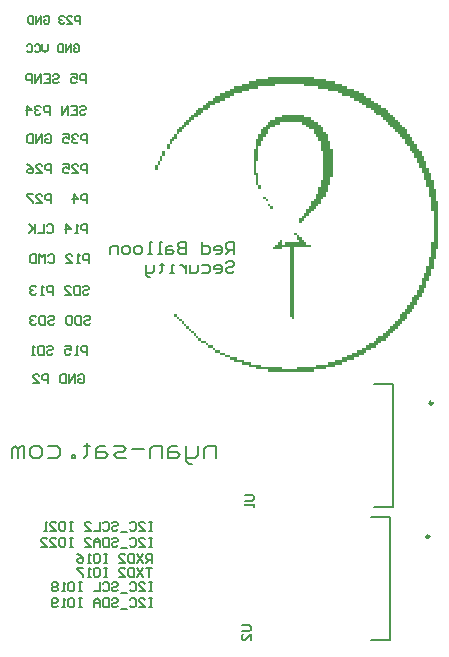
<source format=gbo>
G04*
G04 #@! TF.GenerationSoftware,Altium Limited,Altium Designer,20.1.14 (287)*
G04*
G04 Layer_Color=32896*
%FSLAX24Y24*%
%MOIN*%
G70*
G04*
G04 #@! TF.SameCoordinates,D1A17965-E816-498F-87AB-38A2C5CE3A16*
G04*
G04*
G04 #@! TF.FilePolarity,Positive*
G04*
G01*
G75*
%ADD10C,0.0098*%
%ADD11C,0.0079*%
%ADD12C,0.0060*%
%ADD13C,0.0050*%
%ADD88C,0.0080*%
G36*
X19970Y29740D02*
Y29660D01*
X19890D01*
Y29580D01*
X19810D01*
Y29500D01*
X19730D01*
Y29580D01*
Y29660D01*
X19810D01*
Y29740D01*
X19890D01*
Y29820D01*
X19970D01*
Y29740D01*
D02*
G37*
G36*
X19730Y29420D02*
Y29340D01*
X19650D01*
Y29420D01*
Y29500D01*
X19730D01*
Y29420D01*
D02*
G37*
G36*
X19570Y29180D02*
Y29100D01*
X19490D01*
Y29180D01*
Y29260D01*
X19570D01*
Y29180D01*
D02*
G37*
G36*
X19490Y29020D02*
Y28940D01*
X19410D01*
Y29020D01*
Y29100D01*
X19490D01*
Y29020D01*
D02*
G37*
G36*
X19410Y28860D02*
Y28780D01*
X19330D01*
Y28860D01*
Y28940D01*
X19410D01*
Y28860D01*
D02*
G37*
G36*
X19330Y28700D02*
Y28620D01*
X19250D01*
Y28700D01*
Y28780D01*
X19330D01*
Y28700D01*
D02*
G37*
G36*
X22930Y27660D02*
X23010D01*
Y27580D01*
X22930D01*
Y27660D01*
X22850D01*
Y27740D01*
X22930D01*
Y27660D01*
D02*
G37*
G36*
X23090Y27420D02*
X23170D01*
Y27340D01*
X23090D01*
Y27420D01*
X23010D01*
Y27500D01*
X23090D01*
Y27420D01*
D02*
G37*
G36*
X24210Y30380D02*
X24450D01*
Y30300D01*
X24530D01*
Y30220D01*
X24690D01*
Y30140D01*
X24770D01*
Y30060D01*
X24850D01*
Y29980D01*
Y29900D01*
X24930D01*
Y29820D01*
X25010D01*
Y29740D01*
Y29660D01*
Y29580D01*
X25090D01*
Y29500D01*
Y29420D01*
Y29340D01*
X25170D01*
Y29260D01*
Y29180D01*
Y29100D01*
Y29020D01*
Y28940D01*
Y28860D01*
Y28780D01*
Y28700D01*
Y28620D01*
Y28540D01*
Y28460D01*
Y28380D01*
X25090D01*
Y28300D01*
Y28220D01*
Y28140D01*
X25010D01*
Y28060D01*
Y27980D01*
Y27900D01*
X24930D01*
Y27820D01*
Y27740D01*
X24850D01*
Y27660D01*
X24770D01*
Y27580D01*
Y27500D01*
X24690D01*
Y27420D01*
X24610D01*
Y27340D01*
X24530D01*
Y27260D01*
X24450D01*
Y27180D01*
X24370D01*
Y27100D01*
X24290D01*
Y27020D01*
X24210D01*
Y26940D01*
X24130D01*
Y26860D01*
X24050D01*
Y26940D01*
Y27020D01*
X24130D01*
Y27100D01*
X24210D01*
Y27180D01*
X24290D01*
Y27260D01*
Y27340D01*
X24370D01*
Y27420D01*
X24450D01*
Y27500D01*
Y27580D01*
X24530D01*
Y27660D01*
X24610D01*
Y27740D01*
Y27820D01*
X24690D01*
Y27900D01*
Y27980D01*
Y28060D01*
X24770D01*
Y28140D01*
Y28220D01*
Y28300D01*
X24850D01*
Y28380D01*
Y28460D01*
Y28540D01*
Y28620D01*
Y28700D01*
Y28780D01*
Y28860D01*
Y28940D01*
Y29020D01*
Y29100D01*
Y29180D01*
Y29260D01*
X24770D01*
Y29340D01*
Y29420D01*
Y29500D01*
Y29580D01*
X24690D01*
Y29660D01*
Y29740D01*
X24610D01*
Y29820D01*
X24530D01*
Y29900D01*
Y29980D01*
X24370D01*
Y30060D01*
X24290D01*
Y30140D01*
X24130D01*
Y30220D01*
X23410D01*
Y30140D01*
X23250D01*
Y30060D01*
X23090D01*
Y29980D01*
X23010D01*
Y29900D01*
Y29820D01*
X22930D01*
Y29740D01*
X22850D01*
Y29660D01*
Y29580D01*
X22770D01*
Y29500D01*
Y29420D01*
X22690D01*
Y29340D01*
Y29260D01*
Y29180D01*
Y29100D01*
Y29020D01*
Y28940D01*
X22610D01*
Y28860D01*
Y28780D01*
Y28700D01*
Y28620D01*
Y28540D01*
X22690D01*
Y28460D01*
Y28380D01*
Y28300D01*
Y28220D01*
Y28140D01*
X22770D01*
Y28060D01*
Y27980D01*
X22690D01*
Y28060D01*
Y28140D01*
X22610D01*
Y28220D01*
Y28300D01*
Y28380D01*
Y28460D01*
X22530D01*
Y28540D01*
Y28620D01*
Y28700D01*
Y28780D01*
Y28860D01*
Y28940D01*
Y29020D01*
Y29100D01*
Y29180D01*
Y29260D01*
Y29340D01*
X22610D01*
Y29420D01*
Y29500D01*
Y29580D01*
Y29660D01*
X22690D01*
Y29740D01*
Y29820D01*
X22770D01*
Y29900D01*
Y29980D01*
X22850D01*
Y30060D01*
X22930D01*
Y30140D01*
X23010D01*
Y30220D01*
X23090D01*
Y30300D01*
X23250D01*
Y30380D01*
X23490D01*
Y30460D01*
X24210D01*
Y30380D01*
D02*
G37*
G36*
X23970Y26460D02*
X24050D01*
Y26380D01*
X24130D01*
Y26300D01*
X24210D01*
Y26220D01*
X24290D01*
Y26140D01*
X24450D01*
Y26060D01*
X23890D01*
Y25980D01*
Y25900D01*
Y25820D01*
Y25740D01*
Y25660D01*
Y25580D01*
Y25500D01*
Y25420D01*
Y25340D01*
Y25260D01*
Y25180D01*
Y25100D01*
Y25020D01*
Y24940D01*
Y24860D01*
Y24780D01*
Y24700D01*
Y24620D01*
Y24540D01*
Y24460D01*
Y24380D01*
Y24300D01*
Y24220D01*
Y24140D01*
Y24060D01*
Y23980D01*
Y23900D01*
Y23820D01*
Y23740D01*
Y23660D01*
X23810D01*
Y23740D01*
X23730D01*
Y23820D01*
Y23900D01*
Y23980D01*
Y24060D01*
Y24140D01*
Y24220D01*
Y24300D01*
Y24380D01*
Y24460D01*
Y24540D01*
Y24620D01*
Y24700D01*
Y24780D01*
Y24860D01*
Y24940D01*
Y25020D01*
Y25100D01*
Y25180D01*
Y25260D01*
Y25340D01*
Y25420D01*
Y25500D01*
Y25580D01*
Y25660D01*
Y25740D01*
Y25820D01*
Y25900D01*
Y25980D01*
Y26060D01*
X23490D01*
Y25980D01*
X23170D01*
Y26060D01*
X23250D01*
Y26140D01*
X23330D01*
Y26220D01*
X23410D01*
Y26300D01*
X23490D01*
Y26220D01*
Y26140D01*
X23570D01*
Y26220D01*
X24050D01*
Y26300D01*
X23970D01*
Y26380D01*
Y26460D01*
X23890D01*
Y26540D01*
X23970D01*
Y26460D01*
D02*
G37*
G36*
X24530Y31660D02*
X24930D01*
Y31580D01*
X25250D01*
Y31500D01*
X25490D01*
Y31420D01*
X25650D01*
Y31340D01*
X25890D01*
Y31260D01*
X26050D01*
Y31180D01*
X26210D01*
Y31100D01*
X26290D01*
Y31020D01*
X26450D01*
Y30940D01*
X26530D01*
Y30860D01*
X26690D01*
Y30780D01*
X26770D01*
Y30700D01*
X26930D01*
Y30620D01*
X27010D01*
Y30540D01*
X27090D01*
Y30460D01*
X27170D01*
Y30380D01*
X27250D01*
Y30300D01*
X27330D01*
Y30220D01*
X27410D01*
Y30140D01*
X27490D01*
Y30060D01*
X27570D01*
Y29980D01*
X27650D01*
Y29900D01*
Y29820D01*
X27730D01*
Y29740D01*
X27810D01*
Y29660D01*
Y29580D01*
X27890D01*
Y29500D01*
X27970D01*
Y29420D01*
Y29340D01*
X28050D01*
Y29260D01*
X28130D01*
Y29180D01*
Y29100D01*
X28210D01*
Y29020D01*
Y28940D01*
X28290D01*
Y28860D01*
Y28780D01*
Y28700D01*
X28370D01*
Y28620D01*
Y28540D01*
X28450D01*
Y28460D01*
Y28380D01*
Y28300D01*
X28530D01*
Y28220D01*
Y28140D01*
Y28060D01*
Y27980D01*
X28610D01*
Y27900D01*
Y27820D01*
Y27740D01*
Y27660D01*
Y27580D01*
X28690D01*
Y27500D01*
Y27420D01*
Y27340D01*
Y27260D01*
Y27180D01*
Y27100D01*
Y27020D01*
Y26940D01*
Y26860D01*
Y26780D01*
Y26700D01*
Y26620D01*
Y26540D01*
Y26460D01*
Y26380D01*
Y26300D01*
Y26220D01*
Y26140D01*
Y26060D01*
Y25980D01*
X28610D01*
Y25900D01*
Y25820D01*
Y25740D01*
Y25660D01*
X28530D01*
Y25580D01*
Y25500D01*
Y25420D01*
Y25340D01*
X28450D01*
Y25260D01*
Y25180D01*
Y25100D01*
X28370D01*
Y25020D01*
Y24940D01*
X28290D01*
Y24860D01*
Y24780D01*
Y24700D01*
X28210D01*
Y24620D01*
Y24540D01*
X28130D01*
Y24460D01*
Y24380D01*
X28050D01*
Y24300D01*
X27970D01*
Y24220D01*
Y24140D01*
X27890D01*
Y24060D01*
Y23980D01*
X27810D01*
Y23900D01*
X27730D01*
Y23820D01*
X27650D01*
Y23740D01*
Y23660D01*
X27570D01*
Y23580D01*
X27490D01*
Y23500D01*
X27410D01*
Y23420D01*
X27330D01*
Y23340D01*
X27250D01*
Y23260D01*
X27170D01*
Y23180D01*
X27090D01*
Y23100D01*
X27010D01*
Y23020D01*
X26930D01*
Y22940D01*
X26770D01*
Y22860D01*
X26690D01*
Y22780D01*
X26610D01*
Y22700D01*
X26450D01*
Y22620D01*
X26290D01*
Y22540D01*
X26210D01*
Y22460D01*
X26050D01*
Y22380D01*
X25890D01*
Y22300D01*
X25650D01*
Y22220D01*
X25490D01*
Y22140D01*
X25250D01*
Y22060D01*
X24930D01*
Y21980D01*
X24530D01*
Y21900D01*
X23010D01*
Y21980D01*
X22610D01*
Y22060D01*
X22370D01*
Y22140D01*
X22130D01*
Y22220D01*
X21890D01*
Y22300D01*
X21730D01*
Y22380D01*
X21570D01*
Y22460D01*
X21410D01*
Y22540D01*
X21250D01*
Y22620D01*
X21170D01*
Y22700D01*
X21010D01*
Y22780D01*
X20930D01*
Y22860D01*
X20770D01*
Y22940D01*
X20690D01*
Y23020D01*
X20610D01*
Y23100D01*
X20530D01*
Y23180D01*
X20450D01*
Y23260D01*
X20370D01*
Y23340D01*
X20290D01*
Y23420D01*
X20210D01*
Y23500D01*
X20130D01*
Y23580D01*
X20050D01*
Y23660D01*
X19970D01*
Y23740D01*
X19890D01*
Y23820D01*
X19970D01*
Y23740D01*
X20050D01*
Y23660D01*
X20130D01*
Y23580D01*
X20210D01*
Y23500D01*
X20290D01*
Y23420D01*
X20370D01*
Y23340D01*
X20450D01*
Y23260D01*
X20530D01*
Y23180D01*
X20610D01*
Y23100D01*
X20690D01*
Y23020D01*
X20770D01*
Y22940D01*
X20930D01*
Y22860D01*
X21010D01*
Y22780D01*
X21170D01*
Y22700D01*
X21250D01*
Y22620D01*
X21410D01*
Y22540D01*
X21570D01*
Y22460D01*
X21730D01*
Y22380D01*
X21970D01*
Y22300D01*
X22210D01*
Y22220D01*
X22450D01*
Y22140D01*
X22770D01*
Y22060D01*
X23490D01*
Y21980D01*
X23970D01*
Y22060D01*
X24610D01*
Y22140D01*
X25010D01*
Y22220D01*
X25250D01*
Y22300D01*
X25490D01*
Y22380D01*
X25650D01*
Y22460D01*
X25810D01*
Y22540D01*
X25970D01*
Y22620D01*
X26130D01*
Y22700D01*
X26290D01*
Y22780D01*
X26370D01*
Y22860D01*
X26530D01*
Y22940D01*
X26610D01*
Y23020D01*
X26690D01*
Y23100D01*
X26850D01*
Y23180D01*
X26930D01*
Y23260D01*
X27010D01*
Y23340D01*
X27090D01*
Y23420D01*
X27170D01*
Y23500D01*
X27250D01*
Y23580D01*
X27330D01*
Y23660D01*
X27410D01*
Y23740D01*
Y23820D01*
X27490D01*
Y23900D01*
X27570D01*
Y23980D01*
X27650D01*
Y24060D01*
Y24140D01*
X27730D01*
Y24220D01*
X27810D01*
Y24300D01*
Y24380D01*
X27890D01*
Y24460D01*
X27970D01*
Y24540D01*
Y24620D01*
X28050D01*
Y24700D01*
Y24780D01*
X28130D01*
Y24860D01*
Y24940D01*
Y25020D01*
X28210D01*
Y25100D01*
Y25180D01*
X28290D01*
Y25260D01*
Y25340D01*
Y25420D01*
X28370D01*
Y25500D01*
Y25580D01*
Y25660D01*
Y25740D01*
X28450D01*
Y25820D01*
Y25900D01*
Y25980D01*
Y26060D01*
Y26140D01*
Y26220D01*
X28530D01*
Y26300D01*
Y26380D01*
Y26460D01*
Y26540D01*
Y26620D01*
Y26700D01*
Y26780D01*
Y26860D01*
Y26940D01*
Y27020D01*
Y27100D01*
Y27180D01*
Y27260D01*
X28450D01*
Y27340D01*
Y27420D01*
Y27500D01*
Y27580D01*
Y27660D01*
Y27740D01*
X28370D01*
Y27820D01*
Y27900D01*
Y27980D01*
Y28060D01*
X28290D01*
Y28140D01*
Y28220D01*
Y28300D01*
X28210D01*
Y28380D01*
Y28460D01*
Y28540D01*
X28130D01*
Y28620D01*
Y28700D01*
X28050D01*
Y28780D01*
Y28860D01*
X27970D01*
Y28940D01*
Y29020D01*
X27890D01*
Y29100D01*
Y29180D01*
X27810D01*
Y29260D01*
X27730D01*
Y29340D01*
Y29420D01*
X27650D01*
Y29500D01*
X27570D01*
Y29580D01*
Y29660D01*
X27490D01*
Y29740D01*
X27410D01*
Y29820D01*
X27330D01*
Y29900D01*
X27250D01*
Y29980D01*
X27170D01*
Y30060D01*
X27090D01*
Y30140D01*
X27010D01*
Y30220D01*
X26930D01*
Y30300D01*
X26850D01*
Y30380D01*
X26770D01*
Y30460D01*
X26610D01*
Y30540D01*
X26530D01*
Y30620D01*
X26450D01*
Y30700D01*
X26290D01*
Y30780D01*
X26130D01*
Y30860D01*
X26050D01*
Y30940D01*
X25890D01*
Y31020D01*
X25730D01*
Y31100D01*
X25490D01*
Y31180D01*
X25330D01*
Y31260D01*
X25010D01*
Y31340D01*
X24690D01*
Y31420D01*
X24210D01*
Y31500D01*
X23250D01*
Y31420D01*
X22690D01*
Y31340D01*
X22370D01*
Y31260D01*
X22130D01*
Y31180D01*
X21890D01*
Y31100D01*
X21730D01*
Y31020D01*
X21570D01*
Y30940D01*
X21410D01*
Y30860D01*
X21250D01*
Y30780D01*
X21090D01*
Y30700D01*
X21010D01*
Y30620D01*
X20850D01*
Y30540D01*
X20770D01*
Y30460D01*
X20690D01*
Y30380D01*
X20530D01*
Y30300D01*
X20450D01*
Y30220D01*
X20370D01*
Y30140D01*
X20290D01*
Y30060D01*
X20210D01*
Y29980D01*
X20130D01*
Y29900D01*
X20050D01*
Y29820D01*
X19970D01*
Y29900D01*
Y29980D01*
X20050D01*
Y30060D01*
X20130D01*
Y30140D01*
X20210D01*
Y30220D01*
X20290D01*
Y30300D01*
X20370D01*
Y30380D01*
X20450D01*
Y30460D01*
X20530D01*
Y30540D01*
X20610D01*
Y30620D01*
X20690D01*
Y30700D01*
X20850D01*
Y30780D01*
X20930D01*
Y30860D01*
X21010D01*
Y30940D01*
X21170D01*
Y31020D01*
X21250D01*
Y31100D01*
X21410D01*
Y31180D01*
X21570D01*
Y31260D01*
X21730D01*
Y31340D01*
X21890D01*
Y31420D01*
X22130D01*
Y31500D01*
X22370D01*
Y31580D01*
X22610D01*
Y31660D01*
X23010D01*
Y31740D01*
X24530D01*
Y31660D01*
D02*
G37*
D10*
X28488Y20854D02*
G03*
X28488Y20854I-49J0D01*
G01*
X28388Y16404D02*
G03*
X28388Y16404I-49J0D01*
G01*
D11*
X26429Y17047D02*
X27059D01*
X26429Y12953D02*
X27059D01*
Y17047D01*
X26529Y21497D02*
X27159D01*
X26529Y17403D02*
X27159D01*
Y21497D01*
D12*
X16840Y24710D02*
X16890Y24760D01*
X16990D01*
X17040Y24710D01*
Y24660D01*
X16990Y24610D01*
X16890D01*
X16840Y24560D01*
Y24510D01*
X16890Y24460D01*
X16990D01*
X17040Y24510D01*
X16740Y24760D02*
Y24460D01*
X16590D01*
X16540Y24510D01*
Y24710D01*
X16590Y24760D01*
X16740D01*
X16240Y24460D02*
X16440D01*
X16240Y24660D01*
Y24710D01*
X16290Y24760D01*
X16390D01*
X16440Y24710D01*
X15840Y24460D02*
Y24760D01*
X15690D01*
X15640Y24710D01*
Y24610D01*
X15690Y24560D01*
X15840D01*
X15540Y24460D02*
X15441D01*
X15490D01*
Y24760D01*
X15540Y24710D01*
X15291D02*
X15241Y24760D01*
X15141D01*
X15091Y24710D01*
Y24660D01*
X15141Y24610D01*
X15191D01*
X15141D01*
X15091Y24560D01*
Y24510D01*
X15141Y24460D01*
X15241D01*
X15291Y24510D01*
X16990Y27510D02*
Y27810D01*
X16840D01*
X16790Y27760D01*
Y27660D01*
X16840Y27610D01*
X16990D01*
X16540Y27510D02*
Y27810D01*
X16690Y27660D01*
X16490D01*
X15790Y27510D02*
Y27810D01*
X15640D01*
X15590Y27760D01*
Y27660D01*
X15640Y27610D01*
X15790D01*
X15291Y27510D02*
X15490D01*
X15291Y27710D01*
Y27760D01*
X15341Y27810D01*
X15440D01*
X15490Y27760D01*
X15191Y27810D02*
X14991D01*
Y27760D01*
X15191Y27560D01*
Y27510D01*
X21890Y25817D02*
Y26217D01*
X21690D01*
X21623Y26150D01*
Y26017D01*
X21690Y25950D01*
X21890D01*
X21757D02*
X21623Y25817D01*
X21290D02*
X21423D01*
X21490Y25884D01*
Y26017D01*
X21423Y26084D01*
X21290D01*
X21224Y26017D01*
Y25950D01*
X21490D01*
X20824Y26217D02*
Y25817D01*
X21024D01*
X21090Y25884D01*
Y26017D01*
X21024Y26084D01*
X20824D01*
X20291Y26217D02*
Y25817D01*
X20091D01*
X20024Y25884D01*
Y25950D01*
X20091Y26017D01*
X20291D01*
X20091D01*
X20024Y26084D01*
Y26150D01*
X20091Y26217D01*
X20291D01*
X19824Y26084D02*
X19691D01*
X19624Y26017D01*
Y25817D01*
X19824D01*
X19891Y25884D01*
X19824Y25950D01*
X19624D01*
X19491Y25817D02*
X19357D01*
X19424D01*
Y26217D01*
X19491D01*
X19158Y25817D02*
X19024D01*
X19091D01*
Y26217D01*
X19158D01*
X18758Y25817D02*
X18624D01*
X18558Y25884D01*
Y26017D01*
X18624Y26084D01*
X18758D01*
X18824Y26017D01*
Y25884D01*
X18758Y25817D01*
X18358D02*
X18225D01*
X18158Y25884D01*
Y26017D01*
X18225Y26084D01*
X18358D01*
X18424Y26017D01*
Y25884D01*
X18358Y25817D01*
X18025D02*
Y26084D01*
X17825D01*
X17758Y26017D01*
Y25817D01*
X21623Y25527D02*
X21690Y25593D01*
X21823D01*
X21890Y25527D01*
Y25460D01*
X21823Y25393D01*
X21690D01*
X21623Y25327D01*
Y25260D01*
X21690Y25193D01*
X21823D01*
X21890Y25260D01*
X21290Y25193D02*
X21423D01*
X21490Y25260D01*
Y25393D01*
X21423Y25460D01*
X21290D01*
X21224Y25393D01*
Y25327D01*
X21490D01*
X20824Y25460D02*
X21024D01*
X21090Y25393D01*
Y25260D01*
X21024Y25193D01*
X20824D01*
X20690Y25460D02*
Y25260D01*
X20624Y25193D01*
X20424D01*
Y25460D01*
X20291D02*
Y25193D01*
Y25327D01*
X20224Y25393D01*
X20157Y25460D01*
X20091D01*
X19891Y25193D02*
X19757D01*
X19824D01*
Y25460D01*
X19891D01*
X19491Y25527D02*
Y25460D01*
X19557D01*
X19424D01*
X19491D01*
Y25260D01*
X19424Y25193D01*
X19224Y25460D02*
Y25260D01*
X19158Y25193D01*
X18958D01*
Y25127D01*
X19024Y25060D01*
X19091D01*
X18958Y25193D02*
Y25460D01*
X16940Y31510D02*
Y31810D01*
X16790D01*
X16740Y31760D01*
Y31660D01*
X16790Y31610D01*
X16940D01*
X16440Y31810D02*
X16640D01*
Y31660D01*
X16540Y31710D01*
X16490D01*
X16440Y31660D01*
Y31560D01*
X16490Y31510D01*
X16590D01*
X16640Y31560D01*
X15840Y31760D02*
X15890Y31810D01*
X15990D01*
X16040Y31760D01*
Y31710D01*
X15990Y31660D01*
X15890D01*
X15840Y31610D01*
Y31560D01*
X15890Y31510D01*
X15990D01*
X16040Y31560D01*
X15540Y31810D02*
X15740D01*
Y31510D01*
X15540D01*
X15740Y31660D02*
X15640D01*
X15440Y31510D02*
Y31810D01*
X15241Y31510D01*
Y31810D01*
X15141Y31510D02*
Y31810D01*
X14991D01*
X14941Y31760D01*
Y31660D01*
X14991Y31610D01*
X15141D01*
X16990Y26510D02*
Y26810D01*
X16840D01*
X16790Y26760D01*
Y26660D01*
X16840Y26610D01*
X16990D01*
X16690Y26510D02*
X16590D01*
X16640D01*
Y26810D01*
X16690Y26760D01*
X16290Y26510D02*
Y26810D01*
X16440Y26660D01*
X16240D01*
X15640Y26760D02*
X15690Y26810D01*
X15790D01*
X15840Y26760D01*
Y26560D01*
X15790Y26510D01*
X15690D01*
X15640Y26560D01*
X15540Y26810D02*
Y26510D01*
X15341D01*
X15241Y26810D02*
Y26510D01*
Y26610D01*
X15041Y26810D01*
X15191Y26660D01*
X15041Y26510D01*
X16690Y21760D02*
X16740Y21810D01*
X16840D01*
X16890Y21760D01*
Y21560D01*
X16840Y21510D01*
X16740D01*
X16690Y21560D01*
Y21660D01*
X16790D01*
X16590Y21510D02*
Y21810D01*
X16390Y21510D01*
Y21810D01*
X16290D02*
Y21510D01*
X16140D01*
X16090Y21560D01*
Y21760D01*
X16140Y21810D01*
X16290D01*
X15690Y21510D02*
Y21810D01*
X15540D01*
X15490Y21760D01*
Y21660D01*
X15540Y21610D01*
X15690D01*
X15191Y21510D02*
X15390D01*
X15191Y21710D01*
Y21760D01*
X15241Y21810D01*
X15340D01*
X15390Y21760D01*
X16990Y28510D02*
Y28810D01*
X16840D01*
X16790Y28760D01*
Y28660D01*
X16840Y28610D01*
X16990D01*
X16490Y28510D02*
X16690D01*
X16490Y28710D01*
Y28760D01*
X16540Y28810D01*
X16640D01*
X16690Y28760D01*
X16190Y28810D02*
X16390D01*
Y28660D01*
X16290Y28710D01*
X16240D01*
X16190Y28660D01*
Y28560D01*
X16240Y28510D01*
X16340D01*
X16390Y28560D01*
X15790Y28510D02*
Y28810D01*
X15640D01*
X15590Y28760D01*
Y28660D01*
X15640Y28610D01*
X15790D01*
X15291Y28510D02*
X15490D01*
X15291Y28710D01*
Y28760D01*
X15341Y28810D01*
X15440D01*
X15490Y28760D01*
X14991Y28810D02*
X15091Y28760D01*
X15191Y28660D01*
Y28560D01*
X15141Y28510D01*
X15041D01*
X14991Y28560D01*
Y28610D01*
X15041Y28660D01*
X15191D01*
X16990Y22460D02*
Y22760D01*
X16840D01*
X16790Y22710D01*
Y22610D01*
X16840Y22560D01*
X16990D01*
X16690Y22460D02*
X16590D01*
X16640D01*
Y22760D01*
X16690Y22710D01*
X16240Y22760D02*
X16440D01*
Y22610D01*
X16340Y22660D01*
X16290D01*
X16240Y22610D01*
Y22510D01*
X16290Y22460D01*
X16390D01*
X16440Y22510D01*
X15640Y22710D02*
X15690Y22760D01*
X15790D01*
X15840Y22710D01*
Y22660D01*
X15790Y22610D01*
X15690D01*
X15640Y22560D01*
Y22510D01*
X15690Y22460D01*
X15790D01*
X15840Y22510D01*
X15540Y22760D02*
Y22460D01*
X15391D01*
X15341Y22510D01*
Y22710D01*
X15391Y22760D01*
X15540D01*
X15241Y22460D02*
X15141D01*
X15191D01*
Y22760D01*
X15241Y22710D01*
X16990Y29510D02*
Y29810D01*
X16840D01*
X16790Y29760D01*
Y29660D01*
X16840Y29610D01*
X16990D01*
X16690Y29760D02*
X16640Y29810D01*
X16540D01*
X16490Y29760D01*
Y29710D01*
X16540Y29660D01*
X16590D01*
X16540D01*
X16490Y29610D01*
Y29560D01*
X16540Y29510D01*
X16640D01*
X16690Y29560D01*
X16190Y29810D02*
X16390D01*
Y29660D01*
X16290Y29710D01*
X16240D01*
X16190Y29660D01*
Y29560D01*
X16240Y29510D01*
X16340D01*
X16390Y29560D01*
X15590Y29760D02*
X15640Y29810D01*
X15740D01*
X15790Y29760D01*
Y29560D01*
X15740Y29510D01*
X15640D01*
X15590Y29560D01*
Y29660D01*
X15690D01*
X15490Y29510D02*
Y29810D01*
X15291Y29510D01*
Y29810D01*
X15191D02*
Y29510D01*
X15041D01*
X14991Y29560D01*
Y29760D01*
X15041Y29810D01*
X15191D01*
X16740Y30710D02*
X16790Y30760D01*
X16890D01*
X16940Y30710D01*
Y30660D01*
X16890Y30610D01*
X16790D01*
X16740Y30560D01*
Y30510D01*
X16790Y30460D01*
X16890D01*
X16940Y30510D01*
X16440Y30760D02*
X16640D01*
Y30460D01*
X16440D01*
X16640Y30610D02*
X16540D01*
X16340Y30460D02*
Y30760D01*
X16140Y30460D01*
Y30760D01*
X15740Y30460D02*
Y30760D01*
X15590D01*
X15540Y30710D01*
Y30610D01*
X15590Y30560D01*
X15740D01*
X15440Y30710D02*
X15390Y30760D01*
X15291D01*
X15241Y30710D01*
Y30660D01*
X15291Y30610D01*
X15341D01*
X15291D01*
X15241Y30560D01*
Y30510D01*
X15291Y30460D01*
X15390D01*
X15440Y30510D01*
X14991Y30460D02*
Y30760D01*
X15141Y30610D01*
X14941D01*
X17040Y25510D02*
Y25810D01*
X16890D01*
X16840Y25760D01*
Y25660D01*
X16890Y25610D01*
X17040D01*
X16740Y25510D02*
X16640D01*
X16690D01*
Y25810D01*
X16740Y25760D01*
X16290Y25510D02*
X16490D01*
X16290Y25710D01*
Y25760D01*
X16340Y25810D01*
X16440D01*
X16490Y25760D01*
X15690D02*
X15740Y25810D01*
X15840D01*
X15890Y25760D01*
Y25560D01*
X15840Y25510D01*
X15740D01*
X15690Y25560D01*
X15590Y25510D02*
Y25810D01*
X15490Y25710D01*
X15391Y25810D01*
Y25510D01*
X15291Y25810D02*
Y25510D01*
X15141D01*
X15091Y25560D01*
Y25760D01*
X15141Y25810D01*
X15291D01*
X16890Y23710D02*
X16940Y23760D01*
X17040D01*
X17090Y23710D01*
Y23660D01*
X17040Y23610D01*
X16940D01*
X16890Y23560D01*
Y23510D01*
X16940Y23460D01*
X17040D01*
X17090Y23510D01*
X16790Y23760D02*
Y23460D01*
X16640D01*
X16590Y23510D01*
Y23710D01*
X16640Y23760D01*
X16790D01*
X16490Y23710D02*
X16440Y23760D01*
X16340D01*
X16290Y23710D01*
Y23510D01*
X16340Y23460D01*
X16440D01*
X16490Y23510D01*
Y23710D01*
X15690D02*
X15740Y23760D01*
X15840D01*
X15890Y23710D01*
Y23660D01*
X15840Y23610D01*
X15740D01*
X15690Y23560D01*
Y23510D01*
X15740Y23460D01*
X15840D01*
X15890Y23510D01*
X15590Y23760D02*
Y23460D01*
X15441D01*
X15391Y23510D01*
Y23710D01*
X15441Y23760D01*
X15590D01*
X15291Y23710D02*
X15241Y23760D01*
X15141D01*
X15091Y23710D01*
Y23660D01*
X15141Y23610D01*
X15191D01*
X15141D01*
X15091Y23560D01*
Y23510D01*
X15141Y23460D01*
X15241D01*
X15291Y23510D01*
D13*
X16750Y33500D02*
Y33760D01*
X16620D01*
X16577Y33717D01*
Y33630D01*
X16620Y33587D01*
X16750D01*
X16317Y33500D02*
X16490D01*
X16317Y33673D01*
Y33717D01*
X16360Y33760D01*
X16447D01*
X16490Y33717D01*
X16230D02*
X16187Y33760D01*
X16100D01*
X16057Y33717D01*
Y33673D01*
X16100Y33630D01*
X16144D01*
X16100D01*
X16057Y33587D01*
Y33543D01*
X16100Y33500D01*
X16187D01*
X16230Y33543D01*
X15537Y33717D02*
X15580Y33760D01*
X15667D01*
X15710Y33717D01*
Y33543D01*
X15667Y33500D01*
X15580D01*
X15537Y33543D01*
Y33630D01*
X15624D01*
X15450Y33500D02*
Y33760D01*
X15277Y33500D01*
Y33760D01*
X15191D02*
Y33500D01*
X15061D01*
X15017Y33543D01*
Y33717D01*
X15061Y33760D01*
X15191D01*
X19150Y16899D02*
X19050D01*
X19100D01*
Y16599D01*
X19150D01*
X19050D01*
X18700D02*
X18900D01*
X18700Y16799D01*
Y16849D01*
X18750Y16899D01*
X18850D01*
X18900Y16849D01*
X18400D02*
X18450Y16899D01*
X18550D01*
X18600Y16849D01*
Y16649D01*
X18550Y16599D01*
X18450D01*
X18400Y16649D01*
X18300Y16549D02*
X18100D01*
X17800Y16849D02*
X17850Y16899D01*
X17950D01*
X18000Y16849D01*
Y16799D01*
X17950Y16749D01*
X17850D01*
X17800Y16699D01*
Y16649D01*
X17850Y16599D01*
X17950D01*
X18000Y16649D01*
X17501Y16849D02*
X17551Y16899D01*
X17650D01*
X17700Y16849D01*
Y16649D01*
X17650Y16599D01*
X17551D01*
X17501Y16649D01*
X17401Y16899D02*
Y16599D01*
X17201D01*
X16901D02*
X17101D01*
X16901Y16799D01*
Y16849D01*
X16951Y16899D01*
X17051D01*
X17101Y16849D01*
X16501Y16899D02*
X16401D01*
X16451D01*
Y16599D01*
X16501D01*
X16401D01*
X16101Y16899D02*
X16201D01*
X16251Y16849D01*
Y16649D01*
X16201Y16599D01*
X16101D01*
X16051Y16649D01*
Y16849D01*
X16101Y16899D01*
X15751Y16599D02*
X15951D01*
X15751Y16799D01*
Y16849D01*
X15801Y16899D01*
X15901D01*
X15951Y16849D01*
X15651Y16599D02*
X15551D01*
X15601D01*
Y16899D01*
X15651Y16849D01*
X19150Y16369D02*
X19050D01*
X19100D01*
Y16069D01*
X19150D01*
X19050D01*
X18700D02*
X18900D01*
X18700Y16269D01*
Y16319D01*
X18750Y16369D01*
X18850D01*
X18900Y16319D01*
X18400D02*
X18450Y16369D01*
X18550D01*
X18600Y16319D01*
Y16119D01*
X18550Y16069D01*
X18450D01*
X18400Y16119D01*
X18300Y16020D02*
X18100D01*
X17800Y16319D02*
X17850Y16369D01*
X17950D01*
X18000Y16319D01*
Y16269D01*
X17950Y16219D01*
X17850D01*
X17800Y16169D01*
Y16119D01*
X17850Y16069D01*
X17950D01*
X18000Y16119D01*
X17700Y16369D02*
Y16069D01*
X17551D01*
X17501Y16119D01*
Y16319D01*
X17551Y16369D01*
X17700D01*
X17401Y16069D02*
Y16269D01*
X17301Y16369D01*
X17201Y16269D01*
Y16069D01*
Y16219D01*
X17401D01*
X16901Y16069D02*
X17101D01*
X16901Y16269D01*
Y16319D01*
X16951Y16369D01*
X17051D01*
X17101Y16319D01*
X16501Y16369D02*
X16401D01*
X16451D01*
Y16069D01*
X16501D01*
X16401D01*
X16101Y16369D02*
X16201D01*
X16251Y16319D01*
Y16119D01*
X16201Y16069D01*
X16101D01*
X16051Y16119D01*
Y16319D01*
X16101Y16369D01*
X15751Y16069D02*
X15951D01*
X15751Y16269D01*
Y16319D01*
X15801Y16369D01*
X15901D01*
X15951Y16319D01*
X15451Y16069D02*
X15651D01*
X15451Y16269D01*
Y16319D01*
X15501Y16369D01*
X15601D01*
X15651Y16319D01*
X19150Y15540D02*
Y15840D01*
X19000D01*
X18950Y15790D01*
Y15690D01*
X19000Y15640D01*
X19150D01*
X19050D02*
X18950Y15540D01*
X18850Y15840D02*
X18650Y15540D01*
Y15840D02*
X18850Y15540D01*
X18550Y15840D02*
Y15540D01*
X18400D01*
X18350Y15590D01*
Y15790D01*
X18400Y15840D01*
X18550D01*
X18050Y15540D02*
X18250D01*
X18050Y15740D01*
Y15790D01*
X18100Y15840D01*
X18200D01*
X18250Y15790D01*
X17650Y15840D02*
X17551D01*
X17601D01*
Y15540D01*
X17650D01*
X17551D01*
X17251Y15840D02*
X17351D01*
X17401Y15790D01*
Y15590D01*
X17351Y15540D01*
X17251D01*
X17201Y15590D01*
Y15790D01*
X17251Y15840D01*
X17101Y15540D02*
X17001D01*
X17051D01*
Y15840D01*
X17101Y15790D01*
X16651Y15840D02*
X16751Y15790D01*
X16851Y15690D01*
Y15590D01*
X16801Y15540D01*
X16701D01*
X16651Y15590D01*
Y15640D01*
X16701Y15690D01*
X16851D01*
X19150Y15360D02*
X18950D01*
X19050D01*
Y15060D01*
X18850Y15360D02*
X18650Y15060D01*
Y15360D02*
X18850Y15060D01*
X18550Y15360D02*
Y15060D01*
X18400D01*
X18350Y15110D01*
Y15310D01*
X18400Y15360D01*
X18550D01*
X18050Y15060D02*
X18250D01*
X18050Y15260D01*
Y15310D01*
X18100Y15360D01*
X18200D01*
X18250Y15310D01*
X17650Y15360D02*
X17551D01*
X17601D01*
Y15060D01*
X17650D01*
X17551D01*
X17251Y15360D02*
X17351D01*
X17401Y15310D01*
Y15110D01*
X17351Y15060D01*
X17251D01*
X17201Y15110D01*
Y15310D01*
X17251Y15360D01*
X17101Y15060D02*
X17001D01*
X17051D01*
Y15360D01*
X17101Y15310D01*
X16851Y15360D02*
X16651D01*
Y15310D01*
X16851Y15110D01*
Y15060D01*
X19150Y14880D02*
X19050D01*
X19100D01*
Y14580D01*
X19150D01*
X19050D01*
X18700D02*
X18900D01*
X18700Y14780D01*
Y14830D01*
X18750Y14880D01*
X18850D01*
X18900Y14830D01*
X18400D02*
X18450Y14880D01*
X18550D01*
X18600Y14830D01*
Y14630D01*
X18550Y14580D01*
X18450D01*
X18400Y14630D01*
X18300Y14530D02*
X18100D01*
X17800Y14830D02*
X17850Y14880D01*
X17950D01*
X18000Y14830D01*
Y14780D01*
X17950Y14730D01*
X17850D01*
X17800Y14680D01*
Y14630D01*
X17850Y14580D01*
X17950D01*
X18000Y14630D01*
X17501Y14830D02*
X17551Y14880D01*
X17650D01*
X17700Y14830D01*
Y14630D01*
X17650Y14580D01*
X17551D01*
X17501Y14630D01*
X17401Y14880D02*
Y14580D01*
X17201D01*
X16801Y14880D02*
X16701D01*
X16751D01*
Y14580D01*
X16801D01*
X16701D01*
X16401Y14880D02*
X16501D01*
X16551Y14830D01*
Y14630D01*
X16501Y14580D01*
X16401D01*
X16351Y14630D01*
Y14830D01*
X16401Y14880D01*
X16251Y14580D02*
X16151D01*
X16201D01*
Y14880D01*
X16251Y14830D01*
X16001D02*
X15951Y14880D01*
X15851D01*
X15801Y14830D01*
Y14780D01*
X15851Y14730D01*
X15801Y14680D01*
Y14630D01*
X15851Y14580D01*
X15951D01*
X16001Y14630D01*
Y14680D01*
X15951Y14730D01*
X16001Y14780D01*
Y14830D01*
X15951Y14730D02*
X15851D01*
X19150Y14350D02*
X19050D01*
X19100D01*
Y14050D01*
X19150D01*
X19050D01*
X18700D02*
X18900D01*
X18700Y14250D01*
Y14300D01*
X18750Y14350D01*
X18850D01*
X18900Y14300D01*
X18400D02*
X18450Y14350D01*
X18550D01*
X18600Y14300D01*
Y14100D01*
X18550Y14050D01*
X18450D01*
X18400Y14100D01*
X18300Y14000D02*
X18100D01*
X17800Y14300D02*
X17850Y14350D01*
X17950D01*
X18000Y14300D01*
Y14250D01*
X17950Y14200D01*
X17850D01*
X17800Y14150D01*
Y14100D01*
X17850Y14050D01*
X17950D01*
X18000Y14100D01*
X17700Y14350D02*
Y14050D01*
X17551D01*
X17501Y14100D01*
Y14300D01*
X17551Y14350D01*
X17700D01*
X17401Y14050D02*
Y14250D01*
X17301Y14350D01*
X17201Y14250D01*
Y14050D01*
Y14200D01*
X17401D01*
X16801Y14350D02*
X16701D01*
X16751D01*
Y14050D01*
X16801D01*
X16701D01*
X16401Y14350D02*
X16501D01*
X16551Y14300D01*
Y14100D01*
X16501Y14050D01*
X16401D01*
X16351Y14100D01*
Y14300D01*
X16401Y14350D01*
X16251Y14050D02*
X16151D01*
X16201D01*
Y14350D01*
X16251Y14300D01*
X16001Y14100D02*
X15951Y14050D01*
X15851D01*
X15801Y14100D01*
Y14300D01*
X15851Y14350D01*
X15951D01*
X16001Y14300D01*
Y14250D01*
X15951Y14200D01*
X15801D01*
X16527Y32767D02*
X16570Y32810D01*
X16657D01*
X16700Y32767D01*
Y32593D01*
X16657Y32550D01*
X16570D01*
X16527Y32593D01*
Y32680D01*
X16613D01*
X16440Y32550D02*
Y32810D01*
X16267Y32550D01*
Y32810D01*
X16180D02*
Y32550D01*
X16050D01*
X16007Y32593D01*
Y32767D01*
X16050Y32810D01*
X16180D01*
X15660D02*
Y32637D01*
X15574Y32550D01*
X15487Y32637D01*
Y32810D01*
X15227Y32767D02*
X15270Y32810D01*
X15357D01*
X15400Y32767D01*
Y32593D01*
X15357Y32550D01*
X15270D01*
X15227Y32593D01*
X14967Y32767D02*
X15011Y32810D01*
X15097D01*
X15141Y32767D01*
Y32593D01*
X15097Y32550D01*
X15011D01*
X14967Y32593D01*
X22129Y13450D02*
X22379D01*
X22429Y13400D01*
Y13300D01*
X22379Y13250D01*
X22129D01*
X22429Y12950D02*
Y13150D01*
X22229Y12950D01*
X22179D01*
X22129Y13000D01*
Y13100D01*
X22179Y13150D01*
X22229Y17800D02*
X22479D01*
X22529Y17750D01*
Y17650D01*
X22479Y17600D01*
X22229D01*
X22529Y17500D02*
Y17400D01*
Y17450D01*
X22229D01*
X22279Y17500D01*
D88*
X21270Y19030D02*
Y19430D01*
X20970D01*
X20870Y19330D01*
Y19030D01*
X20670Y19430D02*
Y19130D01*
X20570Y19030D01*
X20270D01*
Y18930D01*
X20370Y18830D01*
X20470D01*
X20270Y19030D02*
Y19430D01*
X19970D02*
X19770D01*
X19671Y19330D01*
Y19030D01*
X19970D01*
X20070Y19130D01*
X19970Y19230D01*
X19671D01*
X19471Y19030D02*
Y19430D01*
X19171D01*
X19071Y19330D01*
Y19030D01*
X18871Y19330D02*
X18471D01*
X18271Y19030D02*
X17971D01*
X17871Y19130D01*
X17971Y19230D01*
X18171D01*
X18271Y19330D01*
X18171Y19430D01*
X17871D01*
X17571D02*
X17371D01*
X17271Y19330D01*
Y19030D01*
X17571D01*
X17671Y19130D01*
X17571Y19230D01*
X17271D01*
X16971Y19530D02*
Y19430D01*
X17071D01*
X16871D01*
X16971D01*
Y19130D01*
X16871Y19030D01*
X16572D02*
Y19130D01*
X16472D01*
Y19030D01*
X16572D01*
X15672Y19430D02*
X15972D01*
X16072Y19330D01*
Y19130D01*
X15972Y19030D01*
X15672D01*
X15372D02*
X15172D01*
X15072Y19130D01*
Y19330D01*
X15172Y19430D01*
X15372D01*
X15472Y19330D01*
Y19130D01*
X15372Y19030D01*
X14872D02*
Y19430D01*
X14772D01*
X14672Y19330D01*
Y19030D01*
Y19330D01*
X14572Y19430D01*
X14472Y19330D01*
Y19030D01*
M02*

</source>
